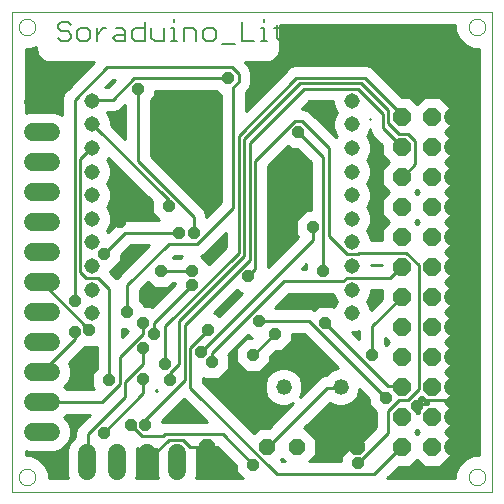
<source format=gbl>
G75*
G70*
%OFA0B0*%
%FSLAX24Y24*%
%IPPOS*%
%LPD*%
%AMOC8*
5,1,8,0,0,1.08239X$1,22.5*
%
%ADD10C,0.0000*%
%ADD11C,0.0060*%
%ADD12C,0.0520*%
%ADD13OC8,0.0520*%
%ADD14C,0.0515*%
%ADD15C,0.0600*%
%ADD16OC8,0.0600*%
%ADD17C,0.0100*%
%ADD18OC8,0.0400*%
D10*
X000417Y000150D02*
X000417Y016150D01*
X016417Y016150D01*
X016417Y000150D01*
X000417Y000150D01*
X000641Y000650D02*
X000643Y000683D01*
X000649Y000715D01*
X000658Y000746D01*
X000671Y000776D01*
X000688Y000804D01*
X000708Y000830D01*
X000731Y000854D01*
X000756Y000874D01*
X000784Y000892D01*
X000813Y000906D01*
X000844Y000916D01*
X000876Y000923D01*
X000909Y000926D01*
X000942Y000925D01*
X000974Y000920D01*
X001005Y000911D01*
X001036Y000899D01*
X001064Y000883D01*
X001091Y000864D01*
X001115Y000842D01*
X001136Y000817D01*
X001155Y000790D01*
X001170Y000761D01*
X001181Y000731D01*
X001189Y000699D01*
X001193Y000666D01*
X001193Y000634D01*
X001189Y000601D01*
X001181Y000569D01*
X001170Y000539D01*
X001155Y000510D01*
X001136Y000483D01*
X001115Y000458D01*
X001091Y000436D01*
X001064Y000417D01*
X001036Y000401D01*
X001005Y000389D01*
X000974Y000380D01*
X000942Y000375D01*
X000909Y000374D01*
X000876Y000377D01*
X000844Y000384D01*
X000813Y000394D01*
X000784Y000408D01*
X000756Y000426D01*
X000731Y000446D01*
X000708Y000470D01*
X000688Y000496D01*
X000671Y000524D01*
X000658Y000554D01*
X000649Y000585D01*
X000643Y000617D01*
X000641Y000650D01*
X015641Y000650D02*
X015643Y000683D01*
X015649Y000715D01*
X015658Y000746D01*
X015671Y000776D01*
X015688Y000804D01*
X015708Y000830D01*
X015731Y000854D01*
X015756Y000874D01*
X015784Y000892D01*
X015813Y000906D01*
X015844Y000916D01*
X015876Y000923D01*
X015909Y000926D01*
X015942Y000925D01*
X015974Y000920D01*
X016005Y000911D01*
X016036Y000899D01*
X016064Y000883D01*
X016091Y000864D01*
X016115Y000842D01*
X016136Y000817D01*
X016155Y000790D01*
X016170Y000761D01*
X016181Y000731D01*
X016189Y000699D01*
X016193Y000666D01*
X016193Y000634D01*
X016189Y000601D01*
X016181Y000569D01*
X016170Y000539D01*
X016155Y000510D01*
X016136Y000483D01*
X016115Y000458D01*
X016091Y000436D01*
X016064Y000417D01*
X016036Y000401D01*
X016005Y000389D01*
X015974Y000380D01*
X015942Y000375D01*
X015909Y000374D01*
X015876Y000377D01*
X015844Y000384D01*
X015813Y000394D01*
X015784Y000408D01*
X015756Y000426D01*
X015731Y000446D01*
X015708Y000470D01*
X015688Y000496D01*
X015671Y000524D01*
X015658Y000554D01*
X015649Y000585D01*
X015643Y000617D01*
X015641Y000650D01*
X015641Y015650D02*
X015643Y015683D01*
X015649Y015715D01*
X015658Y015746D01*
X015671Y015776D01*
X015688Y015804D01*
X015708Y015830D01*
X015731Y015854D01*
X015756Y015874D01*
X015784Y015892D01*
X015813Y015906D01*
X015844Y015916D01*
X015876Y015923D01*
X015909Y015926D01*
X015942Y015925D01*
X015974Y015920D01*
X016005Y015911D01*
X016036Y015899D01*
X016064Y015883D01*
X016091Y015864D01*
X016115Y015842D01*
X016136Y015817D01*
X016155Y015790D01*
X016170Y015761D01*
X016181Y015731D01*
X016189Y015699D01*
X016193Y015666D01*
X016193Y015634D01*
X016189Y015601D01*
X016181Y015569D01*
X016170Y015539D01*
X016155Y015510D01*
X016136Y015483D01*
X016115Y015458D01*
X016091Y015436D01*
X016064Y015417D01*
X016036Y015401D01*
X016005Y015389D01*
X015974Y015380D01*
X015942Y015375D01*
X015909Y015374D01*
X015876Y015377D01*
X015844Y015384D01*
X015813Y015394D01*
X015784Y015408D01*
X015756Y015426D01*
X015731Y015446D01*
X015708Y015470D01*
X015688Y015496D01*
X015671Y015524D01*
X015658Y015554D01*
X015649Y015585D01*
X015643Y015617D01*
X015641Y015650D01*
X000641Y015650D02*
X000643Y015683D01*
X000649Y015715D01*
X000658Y015746D01*
X000671Y015776D01*
X000688Y015804D01*
X000708Y015830D01*
X000731Y015854D01*
X000756Y015874D01*
X000784Y015892D01*
X000813Y015906D01*
X000844Y015916D01*
X000876Y015923D01*
X000909Y015926D01*
X000942Y015925D01*
X000974Y015920D01*
X001005Y015911D01*
X001036Y015899D01*
X001064Y015883D01*
X001091Y015864D01*
X001115Y015842D01*
X001136Y015817D01*
X001155Y015790D01*
X001170Y015761D01*
X001181Y015731D01*
X001189Y015699D01*
X001193Y015666D01*
X001193Y015634D01*
X001189Y015601D01*
X001181Y015569D01*
X001170Y015539D01*
X001155Y015510D01*
X001136Y015483D01*
X001115Y015458D01*
X001091Y015436D01*
X001064Y015417D01*
X001036Y015401D01*
X001005Y015389D01*
X000974Y015380D01*
X000942Y015375D01*
X000909Y015374D01*
X000876Y015377D01*
X000844Y015384D01*
X000813Y015394D01*
X000784Y015408D01*
X000756Y015426D01*
X000731Y015446D01*
X000708Y015470D01*
X000688Y015496D01*
X000671Y015524D01*
X000658Y015554D01*
X000649Y015585D01*
X000643Y015617D01*
X000641Y015650D01*
D11*
X001947Y015607D02*
X002053Y015500D01*
X002267Y015500D01*
X002374Y015394D01*
X002374Y015287D01*
X002267Y015180D01*
X002053Y015180D01*
X001947Y015287D01*
X001947Y015607D02*
X001947Y015714D01*
X002053Y015821D01*
X002267Y015821D01*
X002374Y015714D01*
X002591Y015500D02*
X002591Y015287D01*
X002698Y015180D01*
X002911Y015180D01*
X003018Y015287D01*
X003018Y015500D01*
X002911Y015607D01*
X002698Y015607D01*
X002591Y015500D01*
X003236Y015394D02*
X003449Y015607D01*
X003556Y015607D01*
X003236Y015607D02*
X003236Y015180D01*
X003773Y015287D02*
X003880Y015394D01*
X004200Y015394D01*
X004200Y015500D02*
X004200Y015180D01*
X003880Y015180D01*
X003773Y015287D01*
X003880Y015607D02*
X004093Y015607D01*
X004200Y015500D01*
X004417Y015500D02*
X004417Y015287D01*
X004524Y015180D01*
X004844Y015180D01*
X004844Y015821D01*
X004844Y015607D02*
X004524Y015607D01*
X004417Y015500D01*
X005062Y015607D02*
X005062Y015287D01*
X005169Y015180D01*
X005489Y015180D01*
X005489Y015607D01*
X005707Y015607D02*
X005813Y015607D01*
X005813Y015180D01*
X005707Y015180D02*
X005920Y015180D01*
X006136Y015180D02*
X006136Y015607D01*
X006457Y015607D01*
X006563Y015500D01*
X006563Y015180D01*
X006781Y015287D02*
X006781Y015500D01*
X006888Y015607D01*
X007101Y015607D01*
X007208Y015500D01*
X007208Y015287D01*
X007101Y015180D01*
X006888Y015180D01*
X006781Y015287D01*
X007425Y015073D02*
X007852Y015073D01*
X008070Y015180D02*
X008497Y015180D01*
X008714Y015180D02*
X008928Y015180D01*
X008821Y015180D02*
X008821Y015607D01*
X008714Y015607D01*
X008821Y015821D02*
X008821Y015927D01*
X009144Y015607D02*
X009358Y015607D01*
X009251Y015714D02*
X009251Y015287D01*
X009358Y015180D01*
X009574Y015287D02*
X009574Y015500D01*
X009681Y015607D01*
X009894Y015607D01*
X010001Y015500D01*
X010001Y015394D01*
X009574Y015394D01*
X009574Y015287D02*
X009681Y015180D01*
X009894Y015180D01*
X008070Y015180D02*
X008070Y015821D01*
X005813Y015821D02*
X005813Y015927D01*
D12*
X009467Y003650D03*
X011367Y003650D03*
D13*
X011917Y001650D03*
X009917Y001650D03*
X008917Y001650D03*
X006917Y001650D03*
D14*
X003086Y006107D03*
X003086Y006894D03*
X003086Y007681D03*
X003086Y008469D03*
X003086Y009256D03*
X003086Y010044D03*
X003086Y010831D03*
X003086Y011619D03*
X003086Y012406D03*
X003086Y013193D03*
X011747Y013193D03*
X011747Y012406D03*
X011747Y011619D03*
X011747Y010831D03*
X011747Y010044D03*
X011747Y009256D03*
X011747Y008469D03*
X011747Y007681D03*
X011747Y006894D03*
X011747Y006107D03*
D15*
X015117Y005650D02*
X015717Y005650D01*
X015717Y004650D02*
X015117Y004650D01*
X015117Y003650D02*
X015717Y003650D01*
X015717Y002650D02*
X015117Y002650D01*
X015117Y001650D02*
X015717Y001650D01*
X015717Y006650D02*
X015117Y006650D01*
X015117Y007650D02*
X015717Y007650D01*
X015717Y008650D02*
X015117Y008650D01*
X015117Y009650D02*
X015717Y009650D01*
X015717Y010650D02*
X015117Y010650D01*
X015117Y011650D02*
X015717Y011650D01*
X015717Y012650D02*
X015117Y012650D01*
X005917Y001450D02*
X005917Y000850D01*
X004917Y000850D02*
X004917Y001450D01*
X003917Y001450D02*
X003917Y000850D01*
X002917Y000850D02*
X002917Y001450D01*
X001717Y002150D02*
X001117Y002150D01*
X001117Y003150D02*
X001717Y003150D01*
X001717Y004150D02*
X001117Y004150D01*
X001117Y005150D02*
X001717Y005150D01*
X001717Y006150D02*
X001117Y006150D01*
X001117Y007150D02*
X001717Y007150D01*
X001717Y008150D02*
X001117Y008150D01*
X001117Y009150D02*
X001717Y009150D01*
X001717Y010150D02*
X001117Y010150D01*
X001117Y011150D02*
X001717Y011150D01*
X001717Y012150D02*
X001117Y012150D01*
X001117Y013150D02*
X001717Y013150D01*
D16*
X013417Y012650D03*
X014417Y012650D03*
X014417Y011650D03*
X014417Y010650D03*
X014417Y009650D03*
X014417Y008650D03*
X013417Y008650D03*
X013417Y009650D03*
X013417Y010650D03*
X013417Y011650D03*
X013417Y007650D03*
X014417Y007650D03*
X014417Y006650D03*
X014417Y005650D03*
X014417Y004650D03*
X014417Y003650D03*
X014417Y002650D03*
X014417Y001650D03*
X013417Y001650D03*
X013417Y002650D03*
X013417Y003650D03*
X013417Y004650D03*
X013417Y005650D03*
X013417Y006650D03*
D17*
X013377Y006630D01*
X012417Y005670D01*
X012417Y004710D01*
X012837Y005096D02*
X012837Y005282D01*
X012969Y005150D01*
X012876Y005057D01*
X012837Y005096D01*
X012858Y005075D02*
X012894Y005075D01*
X012946Y005174D02*
X012837Y005174D01*
X012837Y005272D02*
X012847Y005272D01*
X011997Y005272D02*
X011969Y005272D01*
X011997Y005244D02*
X011761Y005479D01*
X011872Y005479D01*
X011997Y005531D01*
X011997Y005244D01*
X011997Y005371D02*
X011870Y005371D01*
X011772Y005469D02*
X011997Y005469D01*
X012375Y006222D02*
X012375Y006232D01*
X012279Y006462D01*
X012241Y006500D01*
X012279Y006539D01*
X012375Y006769D01*
X012375Y006870D01*
X012747Y006870D01*
X012747Y006594D01*
X012375Y006222D01*
X012364Y006257D02*
X012410Y006257D01*
X012323Y006356D02*
X012508Y006356D01*
X012607Y006454D02*
X012283Y006454D01*
X012285Y006553D02*
X012705Y006553D01*
X012747Y006651D02*
X012326Y006651D01*
X012367Y006750D02*
X012747Y006750D01*
X012747Y006848D02*
X012375Y006848D01*
X013017Y007290D02*
X013377Y007650D01*
X013417Y007650D01*
X013017Y007290D02*
X011577Y007290D01*
X011457Y007170D01*
X009477Y007170D01*
X007077Y004770D01*
X007077Y004470D01*
X006717Y004830D02*
X010437Y008550D01*
X010437Y008970D01*
X010070Y009409D02*
X008937Y009409D01*
X008937Y009311D02*
X009971Y009311D01*
X009873Y009212D02*
X008937Y009212D01*
X008937Y009114D02*
X009867Y009114D01*
X009867Y009206D02*
X009867Y008734D01*
X009947Y008654D01*
X008937Y007644D01*
X008937Y007674D01*
X008937Y011016D01*
X009611Y011690D01*
X009721Y011580D01*
X009933Y011580D01*
X010377Y011136D01*
X010377Y009540D01*
X010201Y009540D01*
X009867Y009206D01*
X009867Y009015D02*
X008937Y009015D01*
X008937Y008917D02*
X009867Y008917D01*
X009867Y008818D02*
X008937Y008818D01*
X008937Y008720D02*
X009881Y008720D01*
X009914Y008621D02*
X008937Y008621D01*
X008937Y008523D02*
X009815Y008523D01*
X009717Y008424D02*
X008937Y008424D01*
X008937Y008326D02*
X009618Y008326D01*
X009520Y008227D02*
X008937Y008227D01*
X008937Y008129D02*
X009421Y008129D01*
X009323Y008030D02*
X008937Y008030D01*
X008937Y007932D02*
X009224Y007932D01*
X009126Y007833D02*
X008937Y007833D01*
X008937Y007735D02*
X009027Y007735D01*
X008517Y007590D02*
X008277Y007350D01*
X008517Y007590D02*
X008517Y011190D01*
X009837Y012510D01*
X010077Y012510D01*
X010977Y011610D01*
X010977Y008670D01*
X011577Y008070D01*
X011937Y008070D01*
X011997Y008130D01*
X013557Y008130D01*
X013977Y007710D01*
X013977Y003570D01*
X013617Y003210D01*
X013317Y003210D01*
X012957Y002850D01*
X012957Y002130D01*
X011937Y001110D01*
X011550Y001529D02*
X010547Y001529D01*
X010547Y001431D02*
X011451Y001431D01*
X011367Y001346D02*
X011367Y001170D01*
X010328Y001170D01*
X010547Y001389D01*
X010547Y001911D01*
X010178Y002280D01*
X010161Y002280D01*
X011003Y003123D01*
X011010Y003116D01*
X011241Y003020D01*
X011492Y003020D01*
X011724Y003116D01*
X011901Y003293D01*
X011997Y003525D01*
X011997Y003576D01*
X012327Y003246D01*
X012327Y003034D01*
X012537Y002824D01*
X012537Y002304D01*
X011913Y001680D01*
X011701Y001680D01*
X011367Y001346D01*
X011367Y001332D02*
X010490Y001332D01*
X010391Y001234D02*
X011367Y001234D01*
X011648Y001628D02*
X010547Y001628D01*
X010547Y001726D02*
X011959Y001726D01*
X012057Y001825D02*
X010547Y001825D01*
X010535Y001923D02*
X012156Y001923D01*
X012254Y002022D02*
X010436Y002022D01*
X010338Y002120D02*
X012353Y002120D01*
X012451Y002219D02*
X010239Y002219D01*
X010198Y002317D02*
X012537Y002317D01*
X012537Y002416D02*
X010296Y002416D01*
X010395Y002514D02*
X012537Y002514D01*
X012537Y002613D02*
X010493Y002613D01*
X010592Y002711D02*
X012537Y002711D01*
X012537Y002810D02*
X010690Y002810D01*
X010789Y002908D02*
X012453Y002908D01*
X012354Y003007D02*
X010887Y003007D01*
X010986Y003105D02*
X011036Y003105D01*
X010917Y003630D02*
X008937Y001650D01*
X008917Y001650D01*
X008478Y002102D02*
X006777Y003804D01*
X006777Y003964D01*
X006841Y003900D01*
X007313Y003900D01*
X007647Y004234D01*
X007647Y004706D01*
X007627Y004726D01*
X008291Y005390D01*
X008401Y005280D01*
X008433Y005280D01*
X008433Y005280D01*
X008221Y005280D01*
X007887Y004946D01*
X007887Y004474D01*
X008221Y004140D01*
X008693Y004140D01*
X009027Y004474D01*
X009027Y004686D01*
X009201Y004860D01*
X009413Y004860D01*
X009747Y005194D01*
X009747Y005430D01*
X010143Y005430D01*
X011293Y004280D01*
X011241Y004280D01*
X011010Y004184D01*
X010876Y004050D01*
X010833Y004050D01*
X010679Y003986D01*
X010011Y003319D01*
X010097Y003525D01*
X010097Y003775D01*
X010001Y004007D01*
X009824Y004184D01*
X009592Y004280D01*
X009341Y004280D01*
X009110Y004184D01*
X008933Y004007D01*
X008837Y003775D01*
X008837Y003525D01*
X008933Y003293D01*
X009110Y003116D01*
X009341Y003020D01*
X009592Y003020D01*
X009798Y003105D01*
X009797Y003105D01*
X009798Y003105D02*
X008973Y002280D01*
X008656Y002280D01*
X008478Y002102D01*
X008461Y002120D02*
X008496Y002120D01*
X008594Y002219D02*
X008362Y002219D01*
X008264Y002317D02*
X009010Y002317D01*
X009108Y002416D02*
X008165Y002416D01*
X008067Y002514D02*
X009207Y002514D01*
X009305Y002613D02*
X007968Y002613D01*
X007870Y002711D02*
X009404Y002711D01*
X009502Y002810D02*
X007771Y002810D01*
X007673Y002908D02*
X009601Y002908D01*
X009699Y003007D02*
X007574Y003007D01*
X007476Y003105D02*
X009136Y003105D01*
X009022Y003204D02*
X007377Y003204D01*
X007279Y003302D02*
X008929Y003302D01*
X008888Y003401D02*
X007180Y003401D01*
X007082Y003499D02*
X008847Y003499D01*
X008837Y003598D02*
X006983Y003598D01*
X006885Y003696D02*
X008837Y003696D01*
X008845Y003795D02*
X006786Y003795D01*
X006777Y003893D02*
X008885Y003893D01*
X008926Y003992D02*
X007404Y003992D01*
X007503Y004090D02*
X009016Y004090D01*
X009120Y004189D02*
X008741Y004189D01*
X008840Y004287D02*
X011286Y004287D01*
X011187Y004386D02*
X008938Y004386D01*
X009027Y004484D02*
X011089Y004484D01*
X010990Y004583D02*
X009027Y004583D01*
X009027Y004681D02*
X010892Y004681D01*
X010793Y004780D02*
X009120Y004780D01*
X009431Y004878D02*
X010695Y004878D01*
X010596Y004977D02*
X009529Y004977D01*
X009628Y005075D02*
X010498Y005075D01*
X010399Y005174D02*
X009726Y005174D01*
X009747Y005272D02*
X010301Y005272D01*
X010202Y005371D02*
X009747Y005371D01*
X009177Y005430D02*
X008457Y004710D01*
X008074Y004287D02*
X007647Y004287D01*
X007647Y004386D02*
X007975Y004386D01*
X007887Y004484D02*
X007647Y004484D01*
X007647Y004583D02*
X007887Y004583D01*
X007887Y004681D02*
X007647Y004681D01*
X007680Y004780D02*
X007887Y004780D01*
X007887Y004878D02*
X007779Y004878D01*
X007877Y004977D02*
X007917Y004977D01*
X007976Y005075D02*
X008016Y005075D01*
X008074Y005174D02*
X008114Y005174D01*
X008173Y005272D02*
X008213Y005272D01*
X008271Y005371D02*
X008310Y005371D01*
X008637Y005850D02*
X010317Y005850D01*
X012897Y003270D01*
X012957Y003690D02*
X013377Y003690D01*
X013417Y003650D01*
X012957Y003690D02*
X010857Y005790D01*
X010492Y006232D02*
X010400Y006270D01*
X009171Y006270D01*
X009651Y006750D01*
X011128Y006750D01*
X011215Y006539D01*
X011254Y006500D01*
X011215Y006462D01*
X011150Y006303D01*
X011093Y006360D01*
X010621Y006360D01*
X010492Y006232D01*
X010518Y006257D02*
X010432Y006257D01*
X010616Y006356D02*
X009256Y006356D01*
X009355Y006454D02*
X011212Y006454D01*
X011210Y006553D02*
X009453Y006553D01*
X009552Y006651D02*
X011169Y006651D01*
X011128Y006750D02*
X009650Y006750D01*
X010071Y007590D02*
X010227Y007746D01*
X010227Y007590D01*
X010071Y007590D01*
X010117Y007636D02*
X010227Y007636D01*
X010215Y007735D02*
X010227Y007735D01*
X010797Y007530D02*
X010797Y011310D01*
X009957Y012150D01*
X009937Y011576D02*
X009497Y011576D01*
X009595Y011675D02*
X009626Y011675D01*
X009398Y011478D02*
X010035Y011478D01*
X010134Y011379D02*
X009300Y011379D01*
X009201Y011281D02*
X010232Y011281D01*
X010331Y011182D02*
X009103Y011182D01*
X009004Y011084D02*
X010377Y011084D01*
X010377Y010985D02*
X008937Y010985D01*
X008937Y010887D02*
X010377Y010887D01*
X010377Y010788D02*
X008937Y010788D01*
X008937Y010690D02*
X010377Y010690D01*
X010377Y010591D02*
X008937Y010591D01*
X008937Y010493D02*
X010377Y010493D01*
X010377Y010394D02*
X008937Y010394D01*
X008937Y010296D02*
X010377Y010296D01*
X010377Y010197D02*
X008937Y010197D01*
X008937Y010099D02*
X010377Y010099D01*
X010377Y010000D02*
X008937Y010000D01*
X008937Y009902D02*
X010377Y009902D01*
X010377Y009803D02*
X008937Y009803D01*
X008937Y009705D02*
X010377Y009705D01*
X010377Y009606D02*
X008937Y009606D01*
X008937Y009508D02*
X010168Y009508D01*
X008337Y007890D02*
X008337Y011790D01*
X010137Y013590D01*
X011937Y013590D01*
X012777Y012750D01*
X012777Y012270D01*
X013377Y011670D01*
X013417Y011650D01*
X013317Y012090D02*
X013617Y012090D01*
X013857Y011850D01*
X013857Y011070D01*
X013437Y010650D01*
X013417Y010650D01*
X013911Y010197D02*
X013922Y010197D01*
X013917Y010202D02*
X013969Y010150D01*
X013917Y010098D01*
X013864Y010150D01*
X013917Y010202D01*
X013916Y010099D02*
X013918Y010099D01*
X013917Y009202D02*
X013969Y009150D01*
X013917Y009098D01*
X013864Y009150D01*
X013917Y009202D01*
X013901Y009114D02*
X013933Y009114D01*
X014864Y009150D02*
X015087Y009372D01*
X015087Y009928D01*
X014864Y010150D01*
X015087Y010372D01*
X015087Y010928D01*
X014864Y011150D01*
X015087Y011372D01*
X015087Y011928D01*
X014864Y012150D01*
X015087Y012372D01*
X015087Y012928D01*
X014694Y013320D01*
X014139Y013320D01*
X013917Y013098D01*
X013694Y013320D01*
X013401Y013320D01*
X012415Y014306D01*
X012260Y014370D01*
X009813Y014370D01*
X009659Y014306D01*
X009541Y014188D01*
X008217Y012864D01*
X008217Y013476D01*
X008333Y013592D01*
X008397Y013746D01*
X008397Y014154D01*
X008333Y014308D01*
X008174Y014467D01*
X008904Y014467D01*
X008940Y014469D01*
X008974Y014475D01*
X009009Y014483D01*
X009042Y014494D01*
X009075Y014508D01*
X009107Y014524D01*
X009137Y014542D01*
X009165Y014563D01*
X009192Y014586D01*
X009217Y014611D01*
X009240Y014638D01*
X009261Y014666D01*
X009279Y014697D01*
X009296Y014728D01*
X009309Y014761D01*
X009320Y014794D01*
X009328Y014829D01*
X009334Y014864D01*
X009337Y014899D01*
X009337Y015700D01*
X015191Y015700D01*
X015191Y015506D01*
X015302Y015239D01*
X015506Y015035D01*
X015772Y014924D01*
X015967Y014924D01*
X015967Y001376D01*
X015772Y001376D01*
X015506Y001265D01*
X015302Y001061D01*
X015191Y000794D01*
X015191Y000600D01*
X012921Y000600D01*
X013301Y000980D01*
X013694Y000980D01*
X013917Y001202D01*
X014139Y000980D01*
X014694Y000980D01*
X015087Y001372D01*
X015087Y001928D01*
X014864Y002150D01*
X015087Y002372D01*
X015087Y002928D01*
X014864Y003150D01*
X015087Y003372D01*
X015087Y003928D01*
X014864Y004150D01*
X015087Y004372D01*
X015087Y004928D01*
X014864Y005150D01*
X015087Y005372D01*
X015087Y005928D01*
X014864Y006150D01*
X015087Y006372D01*
X015087Y006928D01*
X014864Y007150D01*
X015087Y007372D01*
X015087Y007928D01*
X014864Y008150D01*
X015087Y008372D01*
X015087Y008928D01*
X014864Y009150D01*
X014901Y009114D02*
X015967Y009114D01*
X015967Y009212D02*
X014926Y009212D01*
X015025Y009311D02*
X015967Y009311D01*
X015967Y009409D02*
X015087Y009409D01*
X015087Y009508D02*
X015967Y009508D01*
X015967Y009606D02*
X015087Y009606D01*
X015087Y009705D02*
X015967Y009705D01*
X015967Y009803D02*
X015087Y009803D01*
X015087Y009902D02*
X015967Y009902D01*
X015967Y010000D02*
X015014Y010000D01*
X014916Y010099D02*
X015967Y010099D01*
X015967Y010197D02*
X014911Y010197D01*
X015010Y010296D02*
X015967Y010296D01*
X015967Y010394D02*
X015087Y010394D01*
X015087Y010493D02*
X015967Y010493D01*
X015967Y010591D02*
X015087Y010591D01*
X015087Y010690D02*
X015967Y010690D01*
X015967Y010788D02*
X015087Y010788D01*
X015087Y010887D02*
X015967Y010887D01*
X015967Y010985D02*
X015029Y010985D01*
X014931Y011084D02*
X015967Y011084D01*
X015967Y011182D02*
X014896Y011182D01*
X014995Y011281D02*
X015967Y011281D01*
X015967Y011379D02*
X015087Y011379D01*
X015087Y011478D02*
X015967Y011478D01*
X015967Y011576D02*
X015087Y011576D01*
X015087Y011675D02*
X015967Y011675D01*
X015967Y011773D02*
X015087Y011773D01*
X015087Y011872D02*
X015967Y011872D01*
X015967Y011970D02*
X015044Y011970D01*
X014946Y012069D02*
X015967Y012069D01*
X015967Y012167D02*
X014881Y012167D01*
X014980Y012266D02*
X015967Y012266D01*
X015967Y012364D02*
X015078Y012364D01*
X015087Y012463D02*
X015967Y012463D01*
X015967Y012561D02*
X015087Y012561D01*
X015087Y012660D02*
X015967Y012660D01*
X015967Y012758D02*
X015087Y012758D01*
X015087Y012857D02*
X015967Y012857D01*
X015967Y012955D02*
X015059Y012955D01*
X014961Y013054D02*
X015967Y013054D01*
X015967Y013152D02*
X014862Y013152D01*
X014764Y013251D02*
X015967Y013251D01*
X015967Y013349D02*
X013372Y013349D01*
X013273Y013448D02*
X015967Y013448D01*
X015967Y013546D02*
X013175Y013546D01*
X013076Y013645D02*
X015967Y013645D01*
X015967Y013743D02*
X012978Y013743D01*
X012879Y013842D02*
X015967Y013842D01*
X015967Y013940D02*
X012781Y013940D01*
X012682Y014039D02*
X015967Y014039D01*
X015967Y014137D02*
X012584Y014137D01*
X012485Y014236D02*
X015967Y014236D01*
X015967Y014334D02*
X012347Y014334D01*
X012177Y013950D02*
X013437Y012690D01*
X013417Y012650D01*
X012957Y012450D02*
X013317Y012090D01*
X012957Y012450D02*
X012957Y012870D01*
X012057Y013770D01*
X010017Y013770D01*
X008157Y011910D01*
X008157Y008010D01*
X005997Y005850D01*
X005997Y004410D01*
X005697Y004110D01*
X005697Y003870D01*
X005237Y003524D02*
X005217Y003544D01*
X005217Y003504D01*
X005237Y003524D01*
X004797Y003450D02*
X004797Y003930D01*
X004797Y003450D02*
X003477Y002130D01*
X002937Y002070D02*
X002937Y001170D01*
X002917Y001150D01*
X002247Y001135D02*
X001458Y001135D01*
X001532Y001061D02*
X001328Y001265D01*
X001061Y001376D01*
X000867Y001376D01*
X000867Y001528D01*
X000983Y001480D01*
X001850Y001480D01*
X002096Y001582D01*
X002285Y001770D01*
X002387Y002017D01*
X002387Y002283D01*
X002285Y002530D01*
X002164Y002650D01*
X002244Y002730D01*
X003003Y002730D01*
X002699Y002426D01*
X002581Y002308D01*
X002517Y002154D01*
X002517Y001998D01*
X002349Y001830D01*
X002247Y001583D01*
X002247Y000717D01*
X002295Y000600D01*
X001642Y000600D01*
X001642Y000794D01*
X001532Y001061D01*
X001542Y001037D02*
X002247Y001037D01*
X002247Y000938D02*
X001583Y000938D01*
X001624Y000840D02*
X002247Y000840D01*
X002247Y000741D02*
X001642Y000741D01*
X001642Y000643D02*
X002277Y000643D01*
X002247Y001234D02*
X001359Y001234D01*
X001166Y001332D02*
X002247Y001332D01*
X002247Y001431D02*
X000867Y001431D01*
X001968Y001529D02*
X002247Y001529D01*
X002265Y001628D02*
X002142Y001628D01*
X002240Y001726D02*
X002306Y001726D01*
X002307Y001825D02*
X002347Y001825D01*
X002348Y001923D02*
X002442Y001923D01*
X002387Y002022D02*
X002517Y002022D01*
X002517Y002120D02*
X002387Y002120D01*
X002387Y002219D02*
X002544Y002219D01*
X002590Y002317D02*
X002373Y002317D01*
X002332Y002416D02*
X002688Y002416D01*
X002787Y002514D02*
X002291Y002514D01*
X002202Y002613D02*
X002885Y002613D01*
X002984Y002711D02*
X002225Y002711D01*
X002937Y002070D02*
X004197Y003330D01*
X004197Y003810D01*
X004797Y004410D01*
X004797Y004950D01*
X004797Y005430D02*
X004017Y004650D01*
X004017Y003750D01*
X003417Y003150D01*
X001417Y003150D01*
X002164Y003650D02*
X002244Y003570D01*
X003151Y003570D01*
X003087Y003634D01*
X003087Y004106D01*
X003237Y004256D01*
X003237Y004984D01*
X003233Y004980D01*
X002841Y004980D01*
X002316Y004455D01*
X002387Y004283D01*
X002387Y004017D01*
X002285Y003770D01*
X002164Y003650D01*
X002210Y003696D02*
X003087Y003696D01*
X003087Y003795D02*
X002295Y003795D01*
X002335Y003893D02*
X003087Y003893D01*
X003087Y003992D02*
X002376Y003992D01*
X002387Y004090D02*
X003087Y004090D01*
X003169Y004189D02*
X002387Y004189D01*
X002385Y004287D02*
X003237Y004287D01*
X003237Y004386D02*
X002344Y004386D01*
X002345Y004484D02*
X003237Y004484D01*
X003237Y004583D02*
X002443Y004583D01*
X002542Y004681D02*
X003237Y004681D01*
X003237Y004780D02*
X002640Y004780D01*
X002739Y004878D02*
X003237Y004878D01*
X003237Y004977D02*
X002837Y004977D01*
X002517Y005250D02*
X001417Y004150D01*
X002217Y003598D02*
X003123Y003598D01*
X003657Y003870D02*
X003657Y006930D01*
X003297Y007290D01*
X002877Y007290D01*
X002697Y007470D01*
X002697Y011250D01*
X003057Y011610D01*
X003086Y011619D01*
X003580Y011225D02*
X003618Y011263D01*
X003627Y011285D01*
X005067Y009846D01*
X005067Y009454D01*
X005311Y009210D01*
X004113Y009210D01*
X003959Y009146D01*
X003624Y008811D01*
X003618Y008824D01*
X003580Y008863D01*
X003618Y008901D01*
X003713Y009131D01*
X003713Y009381D01*
X003618Y009612D01*
X003580Y009650D01*
X003618Y009688D01*
X003713Y009919D01*
X003713Y010169D01*
X003618Y010399D01*
X003580Y010437D01*
X003618Y010476D01*
X003713Y010706D01*
X003713Y010956D01*
X003618Y011187D01*
X003580Y011225D01*
X003620Y011182D02*
X003731Y011182D01*
X003661Y011084D02*
X003829Y011084D01*
X003928Y010985D02*
X003701Y010985D01*
X003713Y010887D02*
X004026Y010887D01*
X004125Y010788D02*
X003713Y010788D01*
X003706Y010690D02*
X004223Y010690D01*
X004322Y010591D02*
X003666Y010591D01*
X003625Y010493D02*
X004420Y010493D01*
X004519Y010394D02*
X003620Y010394D01*
X003661Y010296D02*
X004617Y010296D01*
X004716Y010197D02*
X003702Y010197D01*
X003713Y010099D02*
X004814Y010099D01*
X004913Y010000D02*
X003713Y010000D01*
X003706Y009902D02*
X005011Y009902D01*
X005067Y009803D02*
X003665Y009803D01*
X003625Y009705D02*
X005067Y009705D01*
X005067Y009606D02*
X003620Y009606D01*
X003661Y009508D02*
X005067Y009508D01*
X005112Y009409D02*
X003702Y009409D01*
X003713Y009311D02*
X005210Y009311D01*
X005309Y009212D02*
X003713Y009212D01*
X003706Y009114D02*
X003926Y009114D01*
X004017Y009150D02*
X004497Y009630D01*
X003828Y009015D02*
X003665Y009015D01*
X003624Y008917D02*
X003729Y008917D01*
X003631Y008818D02*
X003621Y008818D01*
X004197Y008790D02*
X003477Y008070D01*
X004047Y008046D02*
X004047Y007834D01*
X003713Y007500D01*
X003690Y007500D01*
X003687Y007493D01*
X003898Y007282D01*
X003901Y007288D01*
X004983Y008370D01*
X004371Y008370D01*
X004047Y008046D01*
X004047Y008030D02*
X004643Y008030D01*
X004741Y008129D02*
X004129Y008129D01*
X004228Y008227D02*
X004840Y008227D01*
X004938Y008326D02*
X004326Y008326D01*
X004197Y008790D02*
X005997Y008790D01*
X005637Y008430D02*
X006597Y008430D01*
X007797Y009630D01*
X007797Y013650D01*
X007977Y013830D01*
X007977Y014070D01*
X007737Y014310D01*
X003597Y014310D01*
X002517Y013230D01*
X002517Y006510D01*
X002997Y005550D02*
X001437Y007110D01*
X001417Y007150D01*
X002517Y005490D02*
X002517Y005250D01*
X004077Y005304D02*
X004077Y005580D01*
X004227Y005580D01*
X004227Y005554D01*
X004277Y005504D01*
X004077Y005304D01*
X004077Y005371D02*
X004143Y005371D01*
X004077Y005469D02*
X004242Y005469D01*
X004227Y005568D02*
X004077Y005568D01*
X004257Y006150D02*
X004257Y007050D01*
X005637Y008430D01*
X005811Y008010D02*
X006091Y008010D01*
X006031Y007950D01*
X005783Y007950D01*
X005767Y007966D01*
X005811Y008010D01*
X005397Y007530D02*
X006417Y007530D01*
X006821Y007932D02*
X007184Y007932D01*
X007283Y008030D02*
X006729Y008030D01*
X006724Y008028D02*
X006835Y008074D01*
X007557Y008796D01*
X007557Y008304D01*
X006987Y007734D01*
X006987Y007766D01*
X006724Y008028D01*
X006889Y008129D02*
X007381Y008129D01*
X007480Y008227D02*
X006988Y008227D01*
X007086Y008326D02*
X007557Y008326D01*
X007557Y008424D02*
X007185Y008424D01*
X007283Y008523D02*
X007557Y008523D01*
X007557Y008621D02*
X007382Y008621D01*
X007480Y008720D02*
X007557Y008720D01*
X007977Y008130D02*
X007977Y012030D01*
X009897Y013950D01*
X012177Y013950D01*
X011167Y012955D02*
X010096Y012955D01*
X010071Y012930D02*
X010311Y013170D01*
X011120Y013170D01*
X011120Y013068D01*
X011215Y012838D01*
X011254Y012800D01*
X011215Y012761D01*
X011120Y012531D01*
X011120Y012281D01*
X011215Y012050D01*
X011254Y012012D01*
X011215Y011974D01*
X011213Y011968D01*
X010433Y012748D01*
X010315Y012866D01*
X010160Y012930D01*
X010071Y012930D01*
X010194Y013054D02*
X011126Y013054D01*
X011120Y013152D02*
X010293Y013152D01*
X010324Y012857D02*
X011208Y012857D01*
X011214Y012758D02*
X010423Y012758D01*
X010521Y012660D02*
X011173Y012660D01*
X011132Y012561D02*
X010620Y012561D01*
X010718Y012463D02*
X011120Y012463D01*
X011120Y012364D02*
X010817Y012364D01*
X010915Y012266D02*
X011126Y012266D01*
X011167Y012167D02*
X011014Y012167D01*
X011112Y012069D02*
X011208Y012069D01*
X011211Y011970D02*
X011214Y011970D01*
X012241Y012012D02*
X012279Y012050D01*
X012357Y012237D01*
X012357Y012186D01*
X012421Y012032D01*
X012747Y011706D01*
X012747Y011372D01*
X012969Y011150D01*
X012747Y010928D01*
X012747Y010372D01*
X012969Y010150D01*
X012747Y009928D01*
X012747Y009372D01*
X012969Y009150D01*
X012747Y008928D01*
X012747Y008550D01*
X012375Y008550D01*
X012375Y008594D01*
X012279Y008824D01*
X012241Y008863D01*
X012279Y008901D01*
X012375Y009131D01*
X012375Y009381D01*
X012279Y009612D01*
X012241Y009650D01*
X012279Y009688D01*
X012375Y009919D01*
X012375Y010169D01*
X012279Y010399D01*
X012241Y010437D01*
X012279Y010476D01*
X012375Y010706D01*
X012375Y010956D01*
X012279Y011187D01*
X012241Y011225D01*
X012279Y011263D01*
X012375Y011494D01*
X012375Y011743D01*
X012279Y011974D01*
X012241Y012012D01*
X012281Y011970D02*
X012483Y011970D01*
X012406Y012069D02*
X012287Y012069D01*
X012328Y012167D02*
X012365Y012167D01*
X012322Y011872D02*
X012581Y011872D01*
X012680Y011773D02*
X012363Y011773D01*
X012375Y011675D02*
X012747Y011675D01*
X012747Y011576D02*
X012375Y011576D01*
X012368Y011478D02*
X012747Y011478D01*
X012747Y011379D02*
X012327Y011379D01*
X012287Y011281D02*
X012839Y011281D01*
X012937Y011182D02*
X012281Y011182D01*
X012322Y011084D02*
X012903Y011084D01*
X012804Y010985D02*
X012363Y010985D01*
X012375Y010887D02*
X012747Y010887D01*
X012747Y010788D02*
X012375Y010788D01*
X012368Y010690D02*
X012747Y010690D01*
X012747Y010591D02*
X012327Y010591D01*
X012286Y010493D02*
X012747Y010493D01*
X012747Y010394D02*
X012281Y010394D01*
X012322Y010296D02*
X012824Y010296D01*
X012922Y010197D02*
X012363Y010197D01*
X012375Y010099D02*
X012918Y010099D01*
X012819Y010000D02*
X012375Y010000D01*
X012368Y009902D02*
X012747Y009902D01*
X012747Y009803D02*
X012327Y009803D01*
X012286Y009705D02*
X012747Y009705D01*
X012747Y009606D02*
X012282Y009606D01*
X012322Y009508D02*
X012747Y009508D01*
X012747Y009409D02*
X012363Y009409D01*
X012375Y009311D02*
X012809Y009311D01*
X012907Y009212D02*
X012375Y009212D01*
X012367Y009114D02*
X012933Y009114D01*
X012834Y009015D02*
X012327Y009015D01*
X012286Y008917D02*
X012747Y008917D01*
X012747Y008818D02*
X012282Y008818D01*
X012323Y008720D02*
X012747Y008720D01*
X012747Y008621D02*
X012364Y008621D01*
X012375Y007710D02*
X012375Y007710D01*
X012747Y007710D01*
X012747Y007710D01*
X012375Y007710D01*
X011171Y006356D02*
X011097Y006356D01*
X011020Y004189D02*
X009813Y004189D01*
X009918Y004090D02*
X010916Y004090D01*
X010692Y003992D02*
X010007Y003992D01*
X010048Y003893D02*
X010586Y003893D01*
X010487Y003795D02*
X010089Y003795D01*
X010097Y003696D02*
X010389Y003696D01*
X010290Y003598D02*
X010097Y003598D01*
X010086Y003499D02*
X010192Y003499D01*
X010093Y003401D02*
X010045Y003401D01*
X010917Y003630D02*
X011337Y003630D01*
X011367Y003650D01*
X011945Y003401D02*
X012172Y003401D01*
X012074Y003499D02*
X011986Y003499D01*
X011904Y003302D02*
X012271Y003302D01*
X012327Y003204D02*
X011811Y003204D01*
X011697Y003105D02*
X012327Y003105D01*
X013737Y003030D02*
X013737Y002970D01*
X013917Y002790D01*
X013977Y002790D01*
X013977Y003270D01*
X014037Y003330D01*
X014097Y003330D01*
X014277Y003150D01*
X014277Y003090D01*
X014037Y003090D01*
X014037Y003270D01*
X014097Y003270D01*
X014217Y003150D01*
X014277Y003210D01*
X014877Y003210D01*
X015417Y002670D01*
X015417Y002650D01*
X015087Y002613D02*
X015967Y002613D01*
X015967Y002711D02*
X015087Y002711D01*
X015087Y002810D02*
X015967Y002810D01*
X015967Y002908D02*
X015087Y002908D01*
X015008Y003007D02*
X015967Y003007D01*
X015967Y003105D02*
X014909Y003105D01*
X014918Y003204D02*
X015967Y003204D01*
X015967Y003302D02*
X015016Y003302D01*
X014997Y003210D02*
X015417Y003630D01*
X015417Y003650D01*
X015087Y003696D02*
X015967Y003696D01*
X015967Y003598D02*
X015087Y003598D01*
X015087Y003499D02*
X015967Y003499D01*
X015967Y003401D02*
X015087Y003401D01*
X014997Y003210D02*
X014877Y003210D01*
X015087Y003795D02*
X015967Y003795D01*
X015967Y003893D02*
X015087Y003893D01*
X015023Y003992D02*
X015967Y003992D01*
X015967Y004090D02*
X014924Y004090D01*
X014903Y004189D02*
X015967Y004189D01*
X015967Y004287D02*
X015001Y004287D01*
X015087Y004386D02*
X015967Y004386D01*
X015967Y004484D02*
X015087Y004484D01*
X015087Y004583D02*
X015967Y004583D01*
X015967Y004681D02*
X015087Y004681D01*
X015087Y004780D02*
X015967Y004780D01*
X015967Y004878D02*
X015087Y004878D01*
X015038Y004977D02*
X015967Y004977D01*
X015967Y005075D02*
X014939Y005075D01*
X014888Y005174D02*
X015967Y005174D01*
X015967Y005272D02*
X014986Y005272D01*
X015085Y005371D02*
X015967Y005371D01*
X015967Y005469D02*
X015087Y005469D01*
X015087Y005568D02*
X015967Y005568D01*
X015967Y005666D02*
X015087Y005666D01*
X015087Y005765D02*
X015967Y005765D01*
X015967Y005863D02*
X015087Y005863D01*
X015053Y005962D02*
X015967Y005962D01*
X015967Y006060D02*
X014954Y006060D01*
X014873Y006159D02*
X015967Y006159D01*
X015967Y006257D02*
X014971Y006257D01*
X015070Y006356D02*
X015967Y006356D01*
X015967Y006454D02*
X015087Y006454D01*
X015087Y006553D02*
X015967Y006553D01*
X015967Y006651D02*
X015087Y006651D01*
X015087Y006750D02*
X015967Y006750D01*
X015967Y006848D02*
X015087Y006848D01*
X015068Y006947D02*
X015967Y006947D01*
X015967Y007045D02*
X014969Y007045D01*
X014871Y007144D02*
X015967Y007144D01*
X015967Y007242D02*
X014956Y007242D01*
X015055Y007341D02*
X015967Y007341D01*
X015967Y007439D02*
X015087Y007439D01*
X015087Y007538D02*
X015967Y007538D01*
X015967Y007636D02*
X015087Y007636D01*
X015087Y007735D02*
X015967Y007735D01*
X015967Y007833D02*
X015087Y007833D01*
X015083Y007932D02*
X015967Y007932D01*
X015967Y008030D02*
X014984Y008030D01*
X014886Y008129D02*
X015967Y008129D01*
X015967Y008227D02*
X014941Y008227D01*
X015040Y008326D02*
X015967Y008326D01*
X015967Y008424D02*
X015087Y008424D01*
X015087Y008523D02*
X015967Y008523D01*
X015967Y008621D02*
X015087Y008621D01*
X015087Y008720D02*
X015967Y008720D01*
X015967Y008818D02*
X015087Y008818D01*
X015087Y008917D02*
X015967Y008917D01*
X015967Y009015D02*
X014999Y009015D01*
X012357Y012575D02*
X012356Y012577D01*
X012357Y012576D01*
X012357Y012575D01*
X013764Y013251D02*
X014070Y013251D01*
X013971Y013152D02*
X013862Y013152D01*
X015771Y014925D02*
X009337Y014925D01*
X009337Y015024D02*
X015533Y015024D01*
X015418Y015122D02*
X009337Y015122D01*
X009337Y015221D02*
X015320Y015221D01*
X015268Y015319D02*
X009337Y015319D01*
X009337Y015418D02*
X015228Y015418D01*
X015191Y015516D02*
X009337Y015516D01*
X009337Y015615D02*
X015191Y015615D01*
X015967Y014827D02*
X009328Y014827D01*
X009296Y014728D02*
X015967Y014728D01*
X015967Y014630D02*
X009233Y014630D01*
X009119Y014531D02*
X015967Y014531D01*
X015967Y014433D02*
X008208Y014433D01*
X008307Y014334D02*
X009726Y014334D01*
X009588Y014236D02*
X008363Y014236D01*
X008397Y014137D02*
X009490Y014137D01*
X009541Y014188D02*
X009541Y014188D01*
X009391Y014039D02*
X008397Y014039D01*
X008397Y013940D02*
X009293Y013940D01*
X009194Y013842D02*
X008397Y013842D01*
X008395Y013743D02*
X009096Y013743D01*
X008997Y013645D02*
X008354Y013645D01*
X008287Y013546D02*
X008899Y013546D01*
X008800Y013448D02*
X008217Y013448D01*
X008217Y013349D02*
X008702Y013349D01*
X008603Y013251D02*
X008217Y013251D01*
X008217Y013152D02*
X008505Y013152D01*
X008406Y013054D02*
X008217Y013054D01*
X008217Y012955D02*
X008308Y012955D01*
X007377Y012955D02*
X005037Y012955D01*
X005037Y012857D02*
X007377Y012857D01*
X007377Y012758D02*
X005037Y012758D01*
X005037Y012660D02*
X007377Y012660D01*
X007377Y012561D02*
X005037Y012561D01*
X005037Y012463D02*
X007377Y012463D01*
X007377Y012364D02*
X005037Y012364D01*
X005037Y012266D02*
X007377Y012266D01*
X007377Y012167D02*
X005037Y012167D01*
X005037Y012069D02*
X007377Y012069D01*
X007377Y011970D02*
X005037Y011970D01*
X005037Y011872D02*
X007377Y011872D01*
X007377Y011773D02*
X005037Y011773D01*
X005037Y011675D02*
X007377Y011675D01*
X007377Y011576D02*
X005037Y011576D01*
X005037Y011478D02*
X007377Y011478D01*
X007377Y011379D02*
X005037Y011379D01*
X005037Y011364D02*
X005037Y013204D01*
X005187Y013354D01*
X005187Y013530D01*
X007231Y013530D01*
X007377Y013384D01*
X007377Y009804D01*
X006897Y009324D01*
X006897Y009414D01*
X006833Y009568D01*
X006715Y009686D01*
X005037Y011364D01*
X005120Y011281D02*
X007377Y011281D01*
X007377Y011182D02*
X005219Y011182D01*
X005317Y011084D02*
X007377Y011084D01*
X007377Y010985D02*
X005416Y010985D01*
X005514Y010887D02*
X007377Y010887D01*
X007377Y010788D02*
X005613Y010788D01*
X005711Y010690D02*
X007377Y010690D01*
X007377Y010591D02*
X005810Y010591D01*
X005908Y010493D02*
X007377Y010493D01*
X007377Y010394D02*
X006007Y010394D01*
X006105Y010296D02*
X007377Y010296D01*
X007377Y010197D02*
X006204Y010197D01*
X006302Y010099D02*
X007377Y010099D01*
X007377Y010000D02*
X006401Y010000D01*
X006499Y009902D02*
X007377Y009902D01*
X007376Y009803D02*
X006598Y009803D01*
X006696Y009705D02*
X007277Y009705D01*
X007179Y009606D02*
X006795Y009606D01*
X006858Y009508D02*
X007080Y009508D01*
X006982Y009409D02*
X006897Y009409D01*
X006477Y009330D02*
X006477Y008790D01*
X006477Y009330D02*
X004617Y011190D01*
X004617Y013590D01*
X004497Y013950D02*
X007617Y013950D01*
X007313Y013448D02*
X005187Y013448D01*
X005182Y013349D02*
X007377Y013349D01*
X007377Y013251D02*
X005083Y013251D01*
X005037Y013152D02*
X007377Y013152D01*
X007377Y013054D02*
X005037Y013054D01*
X004197Y013054D02*
X004194Y013054D01*
X004197Y013056D02*
X004197Y011904D01*
X003713Y012387D01*
X003713Y012531D01*
X003618Y012761D01*
X003580Y012800D01*
X003590Y012810D01*
X003860Y012810D01*
X004015Y012874D01*
X004197Y013056D01*
X004197Y012955D02*
X004096Y012955D01*
X004197Y012857D02*
X003973Y012857D01*
X004197Y012758D02*
X003619Y012758D01*
X003660Y012660D02*
X004197Y012660D01*
X004197Y012561D02*
X003701Y012561D01*
X003713Y012463D02*
X004197Y012463D01*
X004197Y012364D02*
X003737Y012364D01*
X003835Y012266D02*
X004197Y012266D01*
X004197Y012167D02*
X003934Y012167D01*
X004032Y012069D02*
X004197Y012069D01*
X004197Y011970D02*
X004131Y011970D01*
X003632Y011281D02*
X003625Y011281D01*
X003117Y012390D02*
X003086Y012406D01*
X003117Y012390D02*
X005637Y009870D01*
X005637Y009690D01*
X004544Y007932D02*
X004047Y007932D01*
X004046Y007833D02*
X004446Y007833D01*
X004347Y007735D02*
X003947Y007735D01*
X003849Y007636D02*
X004249Y007636D01*
X004150Y007538D02*
X003750Y007538D01*
X003742Y007439D02*
X004052Y007439D01*
X003953Y007341D02*
X003840Y007341D01*
X004677Y006876D02*
X004677Y006536D01*
X004827Y006386D01*
X004827Y006360D01*
X005033Y006360D01*
X005083Y006310D01*
X005847Y007074D01*
X005847Y007110D01*
X005783Y007110D01*
X005633Y006960D01*
X005161Y006960D01*
X004961Y007160D01*
X004677Y006876D01*
X004677Y006848D02*
X005621Y006848D01*
X005719Y006947D02*
X004747Y006947D01*
X004846Y007045D02*
X005076Y007045D01*
X004977Y007144D02*
X004944Y007144D01*
X004677Y006750D02*
X005522Y006750D01*
X005424Y006651D02*
X004677Y006651D01*
X004677Y006553D02*
X005325Y006553D01*
X005227Y006454D02*
X004759Y006454D01*
X005037Y006356D02*
X005128Y006356D01*
X005157Y005790D02*
X006417Y007050D01*
X005818Y007045D02*
X005718Y007045D01*
X005157Y005790D02*
X005157Y005430D01*
X004797Y005430D02*
X004797Y005790D01*
X005517Y005670D02*
X007977Y008130D01*
X008337Y007890D02*
X006177Y005730D01*
X006177Y003870D01*
X004857Y002550D01*
X004857Y002370D01*
X004737Y002010D02*
X005457Y002010D01*
X005517Y002070D01*
X007437Y002070D01*
X008457Y001050D01*
X008058Y000643D02*
X006556Y000643D01*
X006538Y000600D02*
X008101Y000600D01*
X007887Y000814D01*
X007887Y001026D01*
X007263Y001650D01*
X006559Y001650D01*
X006587Y001583D01*
X006587Y000717D01*
X006538Y000600D01*
X006587Y000741D02*
X007960Y000741D01*
X007887Y000840D02*
X006587Y000840D01*
X006587Y000938D02*
X007887Y000938D01*
X007876Y001037D02*
X006587Y001037D01*
X006587Y001135D02*
X007778Y001135D01*
X007679Y001234D02*
X006587Y001234D01*
X006587Y001332D02*
X007581Y001332D01*
X007482Y001431D02*
X006587Y001431D01*
X006587Y001529D02*
X007384Y001529D01*
X007285Y001628D02*
X006568Y001628D01*
X006357Y001650D02*
X006117Y001890D01*
X005637Y001890D01*
X004917Y001170D01*
X004917Y001150D01*
X004587Y001135D02*
X005247Y001135D01*
X005247Y001037D02*
X004587Y001037D01*
X004587Y000938D02*
X005247Y000938D01*
X005247Y000840D02*
X004587Y000840D01*
X004587Y000741D02*
X005247Y000741D01*
X005247Y000717D02*
X005295Y000600D01*
X004538Y000600D01*
X004587Y000717D01*
X004587Y001583D01*
X004570Y001625D01*
X004653Y001590D01*
X005249Y001590D01*
X005247Y001583D01*
X005247Y000717D01*
X005277Y000643D02*
X004556Y000643D01*
X004587Y001234D02*
X005247Y001234D01*
X005247Y001332D02*
X004587Y001332D01*
X004587Y001431D02*
X005247Y001431D01*
X005247Y001529D02*
X004587Y001529D01*
X004737Y002010D02*
X004377Y002370D01*
X005427Y002487D02*
X005427Y002526D01*
X006147Y003246D01*
X006903Y002490D01*
X005433Y002490D01*
X005427Y002487D01*
X005427Y002514D02*
X006879Y002514D01*
X006780Y002613D02*
X005513Y002613D01*
X005612Y002711D02*
X006682Y002711D01*
X006583Y002810D02*
X005710Y002810D01*
X005809Y002908D02*
X006485Y002908D01*
X006386Y003007D02*
X005907Y003007D01*
X006006Y003105D02*
X006288Y003105D01*
X006189Y003204D02*
X006104Y003204D01*
X006357Y003630D02*
X009237Y000750D01*
X012477Y000750D01*
X013377Y001650D01*
X013417Y001650D01*
X013894Y002120D02*
X013939Y002120D01*
X013917Y002098D02*
X013864Y002150D01*
X013917Y002202D01*
X013969Y002150D01*
X013917Y002098D01*
X013917Y003030D02*
X013737Y003030D01*
X014933Y002219D02*
X015967Y002219D01*
X015967Y002317D02*
X015031Y002317D01*
X015087Y002416D02*
X015967Y002416D01*
X015967Y002514D02*
X015087Y002514D01*
X014894Y002120D02*
X015967Y002120D01*
X015967Y002022D02*
X014993Y002022D01*
X015087Y001923D02*
X015967Y001923D01*
X015967Y001825D02*
X015087Y001825D01*
X015087Y001726D02*
X015967Y001726D01*
X015967Y001628D02*
X015087Y001628D01*
X015087Y001529D02*
X015967Y001529D01*
X015967Y001431D02*
X015087Y001431D01*
X015046Y001332D02*
X015667Y001332D01*
X015474Y001234D02*
X014948Y001234D01*
X014849Y001135D02*
X015376Y001135D01*
X015291Y001037D02*
X014751Y001037D01*
X015210Y000840D02*
X013160Y000840D01*
X013259Y000938D02*
X015251Y000938D01*
X015191Y000741D02*
X013062Y000741D01*
X012963Y000643D02*
X015191Y000643D01*
X014083Y001037D02*
X013751Y001037D01*
X013849Y001135D02*
X013984Y001135D01*
X009506Y001170D02*
X009411Y001170D01*
X009369Y001212D01*
X009417Y001259D01*
X009506Y001170D01*
X009442Y001234D02*
X009391Y001234D01*
X006917Y001650D02*
X006357Y001650D01*
X006357Y003630D02*
X006357Y004950D01*
X006957Y005550D01*
X007303Y006010D02*
X007193Y006120D01*
X007161Y006120D01*
X007931Y006890D01*
X008041Y006780D01*
X008073Y006780D01*
X007303Y006010D01*
X007253Y006060D02*
X007353Y006060D01*
X007451Y006159D02*
X007199Y006159D01*
X007298Y006257D02*
X007550Y006257D01*
X007648Y006356D02*
X007396Y006356D01*
X007495Y006454D02*
X007747Y006454D01*
X007845Y006553D02*
X007593Y006553D01*
X007692Y006651D02*
X007944Y006651D01*
X008042Y006750D02*
X007790Y006750D01*
X007889Y006848D02*
X007973Y006848D01*
X007086Y007833D02*
X006920Y007833D01*
X006987Y007735D02*
X006987Y007735D01*
X005517Y005670D02*
X005517Y004410D01*
X007601Y004189D02*
X008172Y004189D01*
X002097Y012718D02*
X002096Y012718D01*
X001850Y012820D01*
X000983Y012820D01*
X000867Y012772D01*
X000867Y014924D01*
X001061Y014924D01*
X001233Y014996D01*
X001233Y014899D01*
X001236Y014864D01*
X001242Y014829D01*
X001250Y014794D01*
X001261Y014761D01*
X001274Y014728D01*
X001290Y014697D01*
X001309Y014666D01*
X001330Y014638D01*
X001353Y014611D01*
X001378Y014586D01*
X001405Y014563D01*
X001433Y014542D01*
X001463Y014524D01*
X001495Y014508D01*
X001527Y014494D01*
X001561Y014483D01*
X001595Y014475D01*
X001630Y014469D01*
X001666Y014467D01*
X003159Y014467D01*
X002279Y013586D01*
X002161Y013468D01*
X002097Y013314D01*
X002097Y012718D01*
X002097Y012758D02*
X002000Y012758D01*
X002097Y012857D02*
X000867Y012857D01*
X000867Y012955D02*
X002097Y012955D01*
X002097Y013054D02*
X000867Y013054D01*
X000867Y013152D02*
X002097Y013152D01*
X002097Y013251D02*
X000867Y013251D01*
X000867Y013349D02*
X002111Y013349D01*
X002152Y013448D02*
X000867Y013448D01*
X000867Y013546D02*
X002239Y013546D01*
X002337Y013645D02*
X000867Y013645D01*
X000867Y013743D02*
X002436Y013743D01*
X002534Y013842D02*
X000867Y013842D01*
X000867Y013940D02*
X002633Y013940D01*
X002731Y014039D02*
X000867Y014039D01*
X000867Y014137D02*
X002830Y014137D01*
X002928Y014236D02*
X000867Y014236D01*
X000867Y014334D02*
X003027Y014334D01*
X003125Y014433D02*
X000867Y014433D01*
X000867Y014531D02*
X001451Y014531D01*
X001337Y014630D02*
X000867Y014630D01*
X000867Y014728D02*
X001274Y014728D01*
X001242Y014827D02*
X000867Y014827D01*
X001063Y014925D02*
X001233Y014925D01*
X003117Y013230D02*
X003086Y013193D01*
X003117Y013230D02*
X003777Y013230D01*
X004497Y013950D01*
X003843Y013890D02*
X003771Y013890D01*
X003531Y013650D01*
X003603Y013650D01*
X003843Y013890D01*
X003794Y013842D02*
X003722Y013842D01*
X003696Y013743D02*
X003624Y013743D01*
D18*
X004617Y013590D03*
X007617Y013950D03*
X009957Y012150D03*
X010437Y008970D03*
X010797Y007530D03*
X010857Y005790D03*
X012417Y004710D03*
X012897Y003270D03*
X013917Y003030D03*
X011937Y001110D03*
X008457Y001050D03*
X005697Y003870D03*
X005517Y004410D03*
X004797Y003930D03*
X004797Y004950D03*
X005157Y005430D03*
X004797Y005790D03*
X004257Y006150D03*
X002997Y005550D03*
X002517Y005490D03*
X002517Y006510D03*
X003477Y008070D03*
X004017Y009150D03*
X004497Y009630D03*
X005637Y009690D03*
X005997Y008790D03*
X006477Y008790D03*
X006417Y007530D03*
X006417Y007050D03*
X005397Y007530D03*
X006957Y005550D03*
X006717Y004830D03*
X007077Y004470D03*
X008457Y004710D03*
X009177Y005430D03*
X008637Y005850D03*
X008277Y007350D03*
X003657Y003870D03*
X004377Y002370D03*
X004857Y002370D03*
X003477Y002130D03*
M02*

</source>
